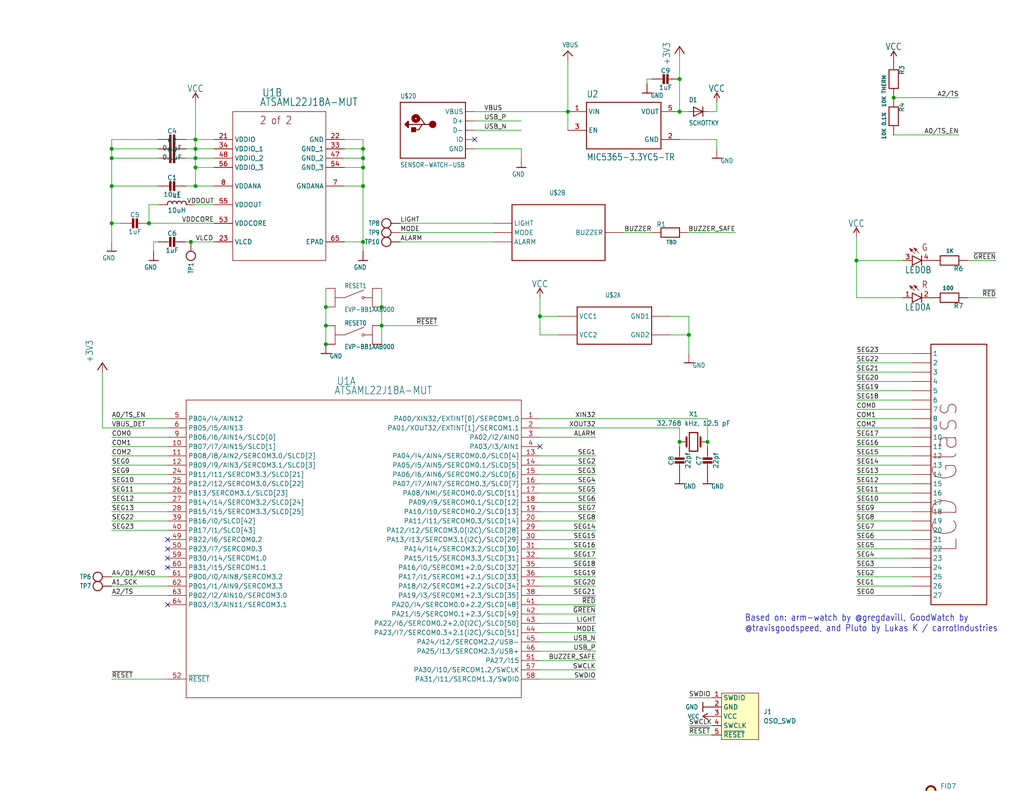
<source format=kicad_sch>
(kicad_sch (version 20230121) (generator eeschema)
  (paper "USLetter")
  (title_block (title "OSO-SWAT-B1") (date "2023-07-04") (rev "03") (company "Oddly Specific Objects"))
  (lib_symbols
    (symbol "Device:Crystal" (pin_numbers hide) (pin_names (offset 1.016) hide)
      (property "Reference" "Y" (at 0 3.81 0))
      (property "Value" "Crystal" (at 0 -3.81 0))
      (symbol "Crystal_1_1"
        (pin passive line (at -3.81 0 0) (length 1.27) (name "1") (number "1"))
        (pin passive line (at 3.81 0 180) (length 1.27) (name "2") (number "2"))
      )
    )
    (symbol "Mechanical:Fiducial"
      (property "Reference" "FID" (at 0 5.08 0))
      (property "Value" "Fiducial" (at 0 3.175 0))
    )
    (symbol "OSO-SWAT-A1-05-eagle-import:+3V3" (power)
      (property "Value" "+3V3" (at -2.54 -5.08 90))
      (symbol "+3V3_1_0"
        (pin power_in line (at 0 -2.54 90) (length 2.54) (name "+3V3") (number "1"))
      )
    )
    (symbol "OSO-SWAT-A1-05-eagle-import:ATSAML22J18A-MUT"
      (property "Reference" "U" (at -4.7244 24.3586 0))
      (property "Value" "ATSAML22J18A-MUT" (at -5.3594 21.8186 0))
      (symbol "ATSAML22J18A-MUT_1_0"
        (pin bidirectional line (at 50.8 35.56 180) (length 5.08) (name "PA00/XIN32/EXTINT[0]/SERCOM1.0") (number "1"))
        (pin bidirectional line (at -50.8 27.94 0) (length 5.08) (name "PB07/I7/AIN15/SLCD[1]") (number "10"))
        (pin bidirectional line (at -50.8 25.4 0) (length 5.08) (name "PB08/I8/AIN2/SERCOM3.0/SLCD[2]") (number "11"))
        (pin bidirectional line (at -50.8 22.86 0) (length 5.08) (name "PB09/I9/AIN3/SERCOM3.1/SLCD[3]") (number "12"))
        (pin bidirectional line (at 50.8 25.4 180) (length 5.08) (name "PA04/I4/AIN4/SERCOM0.0/SLCD[4]") (number "13"))
        (pin bidirectional line (at 50.8 22.86 180) (length 5.08) (name "PA05/I5/AIN5/SERCOM0.1/SLCD[5]") (number "14"))
        (pin bidirectional line (at 50.8 20.32 180) (length 5.08) (name "PA06/I6/AIN6/SERCOM0.2/SLCD[6]") (number "15"))
        (pin bidirectional line (at 50.8 17.78 180) (length 5.08) (name "PA07/I7/AIN7/SERCOM0.3/SLCD[7]") (number "16"))
        (pin bidirectional line (at 50.8 15.24 180) (length 5.08) (name "PA08/NMI/SERCOM0.0/SLCD[11]") (number "17"))
        (pin bidirectional line (at 50.8 12.7 180) (length 5.08) (name "PA09/I9/SERCOM0.1/SLCD[12]") (number "18"))
        (pin bidirectional line (at 50.8 10.16 180) (length 5.08) (name "PA10/I10/SERCOM0.2/SLCD[13]") (number "19"))
        (pin bidirectional line (at 50.8 33.02 180) (length 5.08) (name "PA01/XOUT32/EXTINT[1]/SERCOM1.1") (number "2"))
        (pin bidirectional line (at 50.8 7.62 180) (length 5.08) (name "PA11/I11/SERCOM0.3/SLCD[14]") (number "20"))
        (pin bidirectional line (at -50.8 20.32 0) (length 5.08) (name "PB11/I11/SERCOM3.3/SLCD[21]") (number "24"))
        (pin bidirectional line (at -50.8 17.78 0) (length 5.08) (name "PB12/I12/SERCOM3.0/SLCD[22]") (number "25"))
        (pin bidirectional line (at -50.8 15.24 0) (length 5.08) (name "PB13/SERCOM3.1/SLCD[23]") (number "26"))
        (pin bidirectional line (at -50.8 12.7 0) (length 5.08) (name "PB14/I14/SERCOM3.2/SLCD[24]") (number "27"))
        (pin bidirectional line (at -50.8 10.16 0) (length 5.08) (name "PB15/I15/SERCOM3.3/SLCD[25]") (number "28"))
        (pin bidirectional line (at 50.8 5.08 180) (length 5.08) (name "PA12/I12/SERCOM3.0(I2C)/SLCD[28]") (number "29"))
        (pin bidirectional line (at 50.8 30.48 180) (length 5.08) (name "PA02/I2/AIN0") (number "3"))
        (pin bidirectional line (at 50.8 2.54 180) (length 5.08) (name "PA13/I13/SERCOM3.1(I2C)/SLCD[29]") (number "30"))
        (pin bidirectional line (at 50.8 0 180) (length 5.08) (name "PA14/I14/SERCOM3.2/SLCD[30]") (number "31"))
        (pin bidirectional line (at 50.8 -2.54 180) (length 5.08) (name "PA15/I15/SERCOM3.3/SLCD[31]") (number "32"))
        (pin bidirectional line (at 50.8 -5.08 180) (length 5.08) (name "PA16/I0/SERCOM1+2.0/SLCD[32]") (number "35"))
        (pin bidirectional line (at 50.8 -7.62 180) (length 5.08) (name "PA17/I1/SERCOM1+2.1/SLCD[33]") (number "36"))
        (pin bidirectional line (at 50.8 -10.16 180) (length 5.08) (name "PA18/I2/SERCOM1+2.2/SLCD[34]") (number "37"))
        (pin bidirectional line (at 50.8 -12.7 180) (length 5.08) (name "PA19/I3/SERCOM1+2.3/SLCD[35]") (number "38"))
        (pin bidirectional line (at -50.8 7.62 0) (length 5.08) (name "PB16/I0/SLCD[42]") (number "39"))
        (pin bidirectional line (at 50.8 27.94 180) (length 5.08) (name "PA03/I3/AIN1") (number "4"))
        (pin bidirectional line (at -50.8 5.08 0) (length 5.08) (name "PB17/I1/SLCD[43]") (number "40"))
        (pin bidirectional line (at 50.8 -15.24 180) (length 5.08) (name "PA20/I4/SERCOM0.0+2.2/SLCD[48]") (number "41"))
        (pin bidirectional line (at 50.8 -17.78 180) (length 5.08) (name "PA21/I5/SERCOM0.1+2.3/SLCD[49]") (number "42"))
        (pin bidirectional line (at 50.8 -20.32 180) (length 5.08) (name "PA22/I6/SERCOM0.2+2.0(I2C)/SLCD[50]") (number "43"))
        (pin bidirectional line (at 50.8 -22.86 180) (length 5.08) (name "PA23/I7/SERCOM0.3+2.1(I2C)/SLCD[51]") (number "44"))
        (pin bidirectional line (at 50.8 -25.4 180) (length 5.08) (name "PA24/I12/SERCOM2.2/USB-") (number "45"))
        (pin bidirectional line (at 50.8 -27.94 180) (length 5.08) (name "PA25/I13/SERCOM2.3/USB+") (number "46"))
        (pin bidirectional line (at -50.8 2.54 0) (length 5.08) (name "PB22/I6/SERCOM0.2") (number "49"))
        (pin bidirectional line (at -50.8 35.56 0) (length 5.08) (name "PB04/I4/AIN12") (number "5"))
        (pin bidirectional line (at -50.8 0 0) (length 5.08) (name "PB23/I7/SERCOM0.3") (number "50"))
        (pin bidirectional line (at 50.8 -30.48 180) (length 5.08) (name "PA27/I15") (number "51"))
        (pin bidirectional line (at -50.8 -35.56 0) (length 5.08) (name "~{RESET}") (number "52"))
        (pin bidirectional line (at 50.8 -33.02 180) (length 5.08) (name "PA30/I10/SERCOM1.2/SWCLK") (number "57"))
        (pin bidirectional line (at 50.8 -35.56 180) (length 5.08) (name "PA31/I11/SERCOM1.3/SWDIO") (number "58"))
        (pin bidirectional line (at -50.8 -2.54 0) (length 5.08) (name "PB30/I14/SERCOM1.0") (number "59"))
        (pin bidirectional line (at -50.8 33.02 0) (length 5.08) (name "PB05/I5/AIN13") (number "6"))
        (pin bidirectional line (at -50.8 -5.08 0) (length 5.08) (name "PB31/I15/SERCOM1.1") (number "60"))
        (pin bidirectional line (at -50.8 -7.62 0) (length 5.08) (name "PB00/I0/AIN8/SERCOM3.2") (number "61"))
        (pin bidirectional line (at -50.8 -10.16 0) (length 5.08) (name "PB01/I1/AIN9/SERCOM3.3") (number "62"))
        (pin bidirectional line (at -50.8 -12.7 0) (length 5.08) (name "PB02/I2/AIN10/SERCOM3.0") (number "63"))
        (pin bidirectional line (at -50.8 -15.24 0) (length 5.08) (name "PB03/I3/AIN11/SERCOM3.1") (number "64"))
        (pin bidirectional line (at -50.8 30.48 0) (length 5.08) (name "PB06/I6/AIN14/SLCD[0]") (number "9"))
      )
      (symbol "ATSAML22J18A-MUT_2_0"
        (text "2 of 2" (at -5.3594 16.7386 0) (effects (font (size 2.0828 1.7703)) (justify left bottom)))
        (pin power_in line (at -17.78 12.7 0) (length 5.08) (name "VDDIO") (number "21"))
        (pin passive line (at 17.78 12.7 180) (length 5.08) (name "GND") (number "22"))
        (pin passive line (at -17.78 -15.24 0) (length 5.08) (name "VLCD") (number "23"))
        (pin passive line (at 17.78 10.16 180) (length 5.08) (name "GND_1") (number "33"))
        (pin power_in line (at -17.78 10.16 0) (length 5.08) (name "VDDIO_1") (number "34"))
        (pin passive line (at 17.78 7.62 180) (length 5.08) (name "GND_2") (number "47"))
        (pin power_in line (at -17.78 7.62 0) (length 5.08) (name "VDDIO_2") (number "48"))
        (pin power_in line (at -17.78 -10.16 0) (length 5.08) (name "VDDCORE") (number "53"))
        (pin passive line (at 17.78 5.08 180) (length 5.08) (name "GND_3") (number "54"))
        (pin output line (at -17.78 -5.08 0) (length 5.08) (name "VDDOUT") (number "55"))
        (pin power_in line (at -17.78 5.08 0) (length 5.08) (name "VDDIO_3") (number "56"))
        (pin passive line (at 17.78 -15.24 180) (length 5.08) (name "EPAD") (number "65"))
        (pin passive line (at 17.78 0 180) (length 5.08) (name "GNDANA") (number "7"))
        (pin power_in line (at -17.78 0 0) (length 5.08) (name "VDDANA") (number "8"))
      )
    )
    (symbol "OSO-SWAT-A1-05-eagle-import:CAP_CERAMIC_0402MP"
      (property "Reference" "C" (at -2.29 1.25 90))
      (property "Value" "CAP_CERAMIC_0402MP" (at 2.3 1.25 90))
      (symbol "CAP_CERAMIC_0402MP_1_0"
        (pin passive line (at 0 5.08 270) (length 2.54) (name "1") (number "1"))
        (pin passive line (at 0 -2.54 90) (length 2.54) (name "2") (number "2"))
      )
    )
    (symbol "OSO-SWAT-A1-05-eagle-import:CAP_CERAMIC_0603MP"
      (property "Reference" "C" (at -2.29 1.25 90))
      (property "Value" "CAP_CERAMIC_0603MP" (at 2.3 1.25 90))
      (symbol "CAP_CERAMIC_0603MP_1_0"
        (pin passive line (at 0 5.08 270) (length 2.54) (name "1") (number "1"))
        (pin passive line (at 0 -2.54 90) (length 2.54) (name "2") (number "2"))
      )
    )
    (symbol "OSO-SWAT-A1-05-eagle-import:DIODESOD-323F"
      (property "Reference" "D" (at -2.54 2.54 0))
      (property "Value" "DIODESOD-323F" (at -2.54 -3.81 0))
      (symbol "DIODESOD-323F_1_0"
        (pin passive line (at -2.54 0 0) (length 2.54) (name "A") (number "A"))
        (pin passive line (at 2.54 0 180) (length 2.54) (name "C") (number "C"))
      )
    )
    (symbol "OSO-SWAT-A1-05-eagle-import:EVP-BB1AAB000"
      (property "Reference" "S" (at -2.54 2.54 0))
      (property "Value" "EVP-BB1AAB000" (at -2.54 -2.54 0))
      (symbol "EVP-BB1AAB000_1_0"
        (pin passive line (at -7.62 2.54 0) (length 2.54) (name "A1") (number "A1"))
        (pin passive line (at -7.62 -2.54 0) (length 2.54) (name "A2") (number "A2"))
        (pin passive line (at 7.62 2.54 180) (length 2.54) (name "B1") (number "B1"))
        (pin passive line (at 7.62 -2.54 180) (length 2.54) (name "B2") (number "B2"))
      )
    )
    (symbol "OSO-SWAT-A1-05-eagle-import:GND" (power)
      (property "Value" "GND" (at -1.524 -2.54 0))
      (symbol "GND_1_0"
        (pin power_in line (at 0 2.54 270) (length 2.54) (name "GND") (number "1"))
      )
    )
    (symbol "OSO-SWAT-A1-05-eagle-import:MIC5365-3.3YC5-TR"
      (property "Reference" "U" (at -10.16 6.35 0))
      (property "Value" "MIC5365-3.3YC5-TR" (at -10.16 -8.89 0))
      (symbol "MIC5365-3.3YC5-TR_1_0"
        (pin input line (at -15.24 2.54 0) (length 5.08) (name "VIN") (number "1"))
        (pin power_in line (at 15.24 -5.08 180) (length 5.08) (name "GND") (number "2"))
        (pin input line (at -15.24 -2.54 0) (length 5.08) (name "EN") (number "3"))
        (pin output line (at 15.24 2.54 180) (length 5.08) (name "VOUT") (number "5"))
      )
    )
    (symbol "OSO-SWAT-A1-05-eagle-import:MICROBUILDER_INDUCTOR_0805MP"
      (property "Reference" "L" (at 0 2.54 0))
      (property "Value" "MICROBUILDER_INDUCTOR_0805MP" (at 0 -1.54 0))
      (symbol "MICROBUILDER_INDUCTOR_0805MP_1_0"
        (pin passive line (at -5.08 0 0) (length 2.54) (name "1") (number "1"))
        (pin passive line (at 5.08 0 180) (length 2.54) (name "2") (number "2"))
      )
    )
    (symbol "OSO-SWAT-A1-05-eagle-import:MICROBUILDER_TESTPOINTROUND1.5MM"
      (property "Reference" "TP" (at 0 5.588 90))
      (property "Value" "MICROBUILDER_TESTPOINTROUND1.5MM" (at 1.651 5.588 90))
      (symbol "MICROBUILDER_TESTPOINTROUND1.5MM_1_0"
        (pin bidirectional line (at 0 0 90) (length 2.54) (name "P$1") (number "P$1"))
      )
    )
    (symbol "OSO-SWAT-A1-05-eagle-import:QBLP655-RIG"
      (property "Reference" "D" (at -2.0351 6.6102 0))
      (property "Value" "QBLP655-RIG" (at -2.0336 -3.8131 0))
      (symbol "QBLP655-RIG_1_0"
        (text "R" (at 2.54 2.54 0) (effects (font (size 1.778 1.5113)) (justify left bottom)))
        (pin passive line (at -2.54 0 0) (length 2.54) (name "A") (number "1"))
        (pin passive line (at 5.08 0 180) (length 2.54) (name "C") (number "2"))
      )
      (symbol "QBLP655-RIG_2_0"
        (text "G" (at 2.54 2.54 0) (effects (font (size 1.778 1.5113)) (justify left bottom)))
        (pin passive line (at -2.54 0 0) (length 2.54) (name "A") (number "3"))
        (pin passive line (at 5.08 0 180) (length 2.54) (name "C") (number "4"))
      )
    )
    (symbol "OSO-SWAT-A1-05-eagle-import:RESISTOR_0603MP"
      (property "Reference" "R" (at 0 2.54 0))
      (property "Value" "RESISTOR_0603MP" (at 0 0 0))
      (symbol "RESISTOR_0603MP_1_0"
        (pin passive line (at -5.08 0 0) (length 2.54) (name "1") (number "1"))
        (pin passive line (at 5.08 0 180) (length 2.54) (name "2") (number "2"))
      )
    )
    (symbol "OSO-SWAT-A1-05-eagle-import:SENSOR-WATCH-USB"
      (property "Value" "SENSOR-WATCH-USB" (at -10.16 -10.16 0))
      (symbol "SENSOR-WATCH-USB_1_0"
        (pin bidirectional line (at 15.24 2.54 180) (length 5.08) (name "GND1") (number "GND1"))
        (pin bidirectional line (at 15.24 -2.54 180) (length 5.08) (name "GND2") (number "GND2"))
        (pin bidirectional line (at -15.24 2.54 0) (length 5.08) (name "VCC1") (number "VCC1"))
        (pin bidirectional line (at -15.24 -2.54 0) (length 5.08) (name "VCC2") (number "VCC2"))
      )
      (symbol "SENSOR-WATCH-USB_2_0"
        (pin bidirectional line (at -17.78 -2.54 0) (length 5.08) (name "ALARM") (number "ALARM"))
        (pin bidirectional line (at 17.78 0 180) (length 5.08) (name "BUZZER") (number "BUZZER"))
        (pin bidirectional line (at -17.78 2.54 0) (length 5.08) (name "LIGHT") (number "LIGHT"))
        (pin bidirectional line (at -17.78 0 0) (length 5.08) (name "MODE") (number "MODE"))
      )
      (symbol "SENSOR-WATCH-USB_3_0"
        (text "LCD Glass" (at -17.78 2.54 0) (effects (font (size 6.4516 5.4838)) (justify left bottom)))
        (pin input line (at -30.48 -10.16 90) (length 5.08) (name "1") (number "1"))
        (pin input line (at -7.62 -10.16 90) (length 5.08) (name "10") (number "10"))
        (pin input line (at -5.08 -10.16 90) (length 5.08) (name "11") (number "11"))
        (pin input line (at -2.54 -10.16 90) (length 5.08) (name "12") (number "12"))
        (pin input line (at 0 -10.16 90) (length 5.08) (name "13") (number "13"))
        (pin input line (at 2.54 -10.16 90) (length 5.08) (name "14") (number "14"))
        (pin input line (at 5.08 -10.16 90) (length 5.08) (name "15") (number "15"))
        (pin input line (at 7.62 -10.16 90) (length 5.08) (name "16") (number "16"))
        (pin input line (at 10.16 -10.16 90) (length 5.08) (name "17") (number "17"))
        (pin input line (at 12.7 -10.16 90) (length 5.08) (name "18") (number "18"))
        (pin input line (at 15.24 -10.16 90) (length 5.08) (name "19") (number "19"))
        (pin input line (at -27.94 -10.16 90) (length 5.08) (name "2") (number "2"))
        (pin input line (at 17.78 -10.16 90) (length 5.08) (name "20") (number "20"))
        (pin input line (at 20.32 -10.16 90) (length 5.08) (name "21") (number "21"))
        (pin input line (at 22.86 -10.16 90) (length 5.08) (name "22") (number "22"))
        (pin input line (at 25.4 -10.16 90) (length 5.08) (name "23") (number "23"))
        (pin input line (at 27.94 -10.16 90) (length 5.08) (name "24") (number "24"))
        (pin input line (at 30.48 -10.16 90) (length 5.08) (name "25") (number "25"))
        (pin input line (at 33.02 -10.16 90) (length 5.08) (name "26") (number "26"))
        (pin input line (at 35.56 -10.16 90) (length 5.08) (name "27") (number "27"))
        (pin input line (at -25.4 -10.16 90) (length 5.08) (name "3") (number "3"))
        (pin input line (at -22.86 -10.16 90) (length 5.08) (name "4") (number "4"))
        (pin input line (at -20.32 -10.16 90) (length 5.08) (name "5") (number "5"))
        (pin input line (at -17.78 -10.16 90) (length 5.08) (name "6") (number "6"))
        (pin input line (at -15.24 -10.16 90) (length 5.08) (name "7") (number "7"))
        (pin input line (at -12.7 -10.16 90) (length 5.08) (name "8") (number "8"))
        (pin input line (at -10.16 -10.16 90) (length 5.08) (name "9") (number "9"))
      )
      (symbol "SENSOR-WATCH-USB_4_0"
        (pin power_in line (at 10.16 -5.08 180) (length 2.54) (name "GND") (number "GND"))
        (pin bidirectional line (at 10.16 -2.54 180) (length 2.54) (name "ID") (number "USB_ID"))
        (pin bidirectional line (at 10.16 0 180) (length 2.54) (name "D-") (number "USB_N"))
        (pin bidirectional line (at 10.16 2.54 180) (length 2.54) (name "D+") (number "USB_P"))
        (pin power_in line (at 10.16 5.08 180) (length 2.54) (name "VBUS") (number "VBUS"))
      )
    )
    (symbol "OSO-SWAT-A1-05-eagle-import:VBUS" (power)
      (property "Value" "VBUS" (at -1.524 1.016 0))
      (symbol "VBUS_1_0"
        (pin power_in line (at 0 -2.54 90) (length 2.54) (name "VBUS") (number "1"))
      )
    )
    (symbol "OSO-SWAT-A1-05-eagle-import:VCC" (power)
      (property "Value" "VCC" (at 0 2.794 0))
      (symbol "VCC_1_0"
        (pin power_in line (at 0 0 90) (length 2.54) (name "VCC") (number "1"))
      )
    )
    (symbol "OSO-SWD:OSO_SWD"
      (property "Reference" "J" (at 0 -7.62 0))
      (property "Value" "OSO_SWD" (at 0 7.62 0))
      (symbol "OSO_SWD_1_1"
        (pin bidirectional line (at -7.62 5.08 0) (length 2.54) (name "SWDIO") (number "1"))
        (pin power_in line (at -7.62 2.54 0) (length 2.54) (name "GND") (number "2"))
        (pin power_in line (at -7.62 0 0) (length 2.54) (name "VCC") (number "3"))
        (pin bidirectional line (at -7.62 -2.54 0) (length 2.54) (name "SWCLK") (number "4"))
        (pin bidirectional line (at -7.62 -5.08 0) (length 2.54) (name "~{RESET}") (number "5"))
      )
    )
  )
  (junction (at 88.9 93.98))
  (junction (at 30.48 40.64))
  (junction (at 185.42 21.59))
  (junction (at 99.06 45.72))
  (junction (at 53.34 43.18))
  (junction (at 104.14 83.82))
  (junction (at 243.84 26.67))
  (junction (at 99.06 66.04))
  (junction (at 30.48 60.96))
  (junction (at 53.34 40.64))
  (junction (at 30.48 50.8))
  (junction (at 99.06 40.64))
  (junction (at 185.42 30.48))
  (junction (at 52.07 66.04))
  (junction (at 40.64 60.96))
  (junction (at 187.96 91.44))
  (junction (at 88.9 88.9))
  (junction (at 53.34 45.72))
  (junction (at 185.42 120.65))
  (junction (at 53.34 50.8))
  (junction (at 53.34 38.1))
  (junction (at 88.9 83.82))
  (junction (at 154.94 30.48))
  (junction (at 30.48 43.18))
  (junction (at 104.14 88.9))
  (junction (at 233.68 71.12))
  (junction (at 99.06 43.18))
  (junction (at 193.04 120.65))
  (junction (at 99.06 50.8))
  (junction (at 147.32 86.36))
  (no_connect (at 45.72 165.1))
  (no_connect (at 129.54 38.1))
  (no_connect (at 147.32 121.92))
  (no_connect (at 45.72 152.4))
  (no_connect (at 45.72 154.94))
  (no_connect (at 45.72 149.86))
  (no_connect (at 45.72 147.32))
  (wire (pts (xy 147.32 157.48) (xy 162.56 157.48)))
  (wire (pts (xy 187.96 30.48) (xy 185.42 30.48)))
  (wire (pts (xy 185.42 116.84) (xy 147.32 116.84)))
  (wire (pts (xy 147.32 172.72) (xy 162.56 172.72)))
  (wire (pts (xy 104.14 88.9) (xy 104.14 93.98)))
  (wire (pts (xy 27.94 101.6) (xy 27.94 116.84)))
  (wire (pts (xy 233.68 152.4) (xy 248.92 152.4)))
  (wire (pts (xy 233.68 81.28) (xy 246.38 81.28)))
  (wire (pts (xy 88.9 78.74) (xy 88.9 83.82)))
  (wire (pts (xy 53.34 43.18) (xy 53.34 40.64)))
  (wire (pts (xy 185.42 120.65) (xy 185.42 116.84)))
  (wire (pts (xy 162.56 175.26) (xy 147.32 175.26)))
  (wire (pts (xy 193.04 114.3) (xy 193.04 120.65)))
  (wire (pts (xy 187.96 86.36) (xy 187.96 91.44)))
  (wire (pts (xy 58.42 60.96) (xy 40.64 60.96)))
  (wire (pts (xy 233.68 127) (xy 248.92 127)))
  (wire (pts (xy 147.32 114.3) (xy 193.04 114.3)))
  (wire (pts (xy 195.58 30.48) (xy 195.58 27.94)))
  (wire (pts (xy 187.96 190.5) (xy 194.31 190.5)))
  (wire (pts (xy 154.94 16.51) (xy 154.94 30.48)))
  (wire (pts (xy 33.02 60.96) (xy 30.48 60.96)))
  (wire (pts (xy 147.32 154.94) (xy 162.56 154.94)))
  (wire (pts (xy 177.8 21.59) (xy 176.53 21.59)))
  (wire (pts (xy 99.06 40.64) (xy 99.06 43.18)))
  (wire (pts (xy 233.68 71.12) (xy 233.68 81.28)))
  (wire (pts (xy 88.9 83.82) (xy 88.9 88.9)))
  (wire (pts (xy 243.84 36.83) (xy 261.62 36.83)))
  (wire (pts (xy 233.68 132.08) (xy 248.92 132.08)))
  (wire (pts (xy 43.18 40.64) (xy 30.48 40.64)))
  (wire (pts (xy 45.72 124.46) (xy 30.48 124.46)))
  (wire (pts (xy 30.48 142.24) (xy 45.72 142.24)))
  (wire (pts (xy 147.32 165.1) (xy 162.56 165.1)))
  (wire (pts (xy 185.42 38.1) (xy 195.58 38.1)))
  (wire (pts (xy 99.06 50.8) (xy 93.98 50.8)))
  (wire (pts (xy 30.48 132.08) (xy 45.72 132.08)))
  (wire (pts (xy 271.78 71.12) (xy 264.16 71.12)))
  (wire (pts (xy 58.42 50.8) (xy 53.34 50.8)))
  (wire (pts (xy 248.92 116.84) (xy 233.68 116.84)))
  (wire (pts (xy 187.96 86.36) (xy 182.88 86.36)))
  (wire (pts (xy 109.22 63.5) (xy 134.62 63.5)))
  (wire (pts (xy 27.94 116.84) (xy 45.72 116.84)))
  (wire (pts (xy 30.48 60.96) (xy 30.48 50.8)))
  (wire (pts (xy 30.48 43.18) (xy 30.48 40.64)))
  (wire (pts (xy 147.32 81.28) (xy 147.32 86.36)))
  (wire (pts (xy 134.62 60.96) (xy 109.22 60.96)))
  (wire (pts (xy 30.48 38.1) (xy 43.18 38.1)))
  (wire (pts (xy 30.48 185.42) (xy 45.72 185.42)))
  (wire (pts (xy 233.68 124.46) (xy 248.92 124.46)))
  (wire (pts (xy 58.42 40.64) (xy 53.34 40.64)))
  (wire (pts (xy 233.68 142.24) (xy 248.92 142.24)))
  (wire (pts (xy 53.34 38.1) (xy 53.34 27.94)))
  (wire (pts (xy 147.32 134.62) (xy 162.56 134.62)))
  (wire (pts (xy 162.56 180.34) (xy 147.32 180.34)))
  (wire (pts (xy 233.68 154.94) (xy 248.92 154.94)))
  (wire (pts (xy 233.68 96.52) (xy 248.92 96.52)))
  (wire (pts (xy 45.72 157.48) (xy 30.48 157.48)))
  (wire (pts (xy 93.98 45.72) (xy 99.06 45.72)))
  (wire (pts (xy 193.04 30.48) (xy 195.58 30.48)))
  (wire (pts (xy 53.34 43.18) (xy 50.8 43.18)))
  (wire (pts (xy 147.32 149.86) (xy 162.56 149.86)))
  (wire (pts (xy 182.88 91.44) (xy 187.96 91.44)))
  (wire (pts (xy 53.34 45.72) (xy 58.42 45.72)))
  (wire (pts (xy 147.32 160.02) (xy 162.56 160.02)))
  (wire (pts (xy 43.18 50.8) (xy 30.48 50.8)))
  (wire (pts (xy 233.68 64.77) (xy 233.68 71.12)))
  (wire (pts (xy 233.68 144.78) (xy 248.92 144.78)))
  (wire (pts (xy 233.68 101.6) (xy 248.92 101.6)))
  (wire (pts (xy 147.32 144.78) (xy 162.56 144.78)))
  (wire (pts (xy 50.8 50.8) (xy 53.34 50.8)))
  (wire (pts (xy 162.56 170.18) (xy 147.32 170.18)))
  (wire (pts (xy 53.34 45.72) (xy 53.34 43.18)))
  (wire (pts (xy 147.32 127) (xy 162.56 127)))
  (wire (pts (xy 185.42 21.59) (xy 185.42 30.48)))
  (wire (pts (xy 147.32 132.08) (xy 162.56 132.08)))
  (wire (pts (xy 162.56 119.38) (xy 147.32 119.38)))
  (wire (pts (xy 147.32 91.44) (xy 152.4 91.44)))
  (wire (pts (xy 233.68 147.32) (xy 248.92 147.32)))
  (wire (pts (xy 53.34 38.1) (xy 50.8 38.1)))
  (wire (pts (xy 58.42 55.88) (xy 53.34 55.88)))
  (wire (pts (xy 233.68 99.06) (xy 248.92 99.06)))
  (wire (pts (xy 30.48 129.54) (xy 45.72 129.54)))
  (wire (pts (xy 187.96 200.66) (xy 194.31 200.66)))
  (wire (pts (xy 193.04 120.65) (xy 193.04 121.92)))
  (wire (pts (xy 162.56 177.8) (xy 147.32 177.8)))
  (wire (pts (xy 195.58 38.1) (xy 195.58 40.64)))
  (wire (pts (xy 30.48 144.78) (xy 45.72 144.78)))
  (wire (pts (xy 233.68 139.7) (xy 248.92 139.7)))
  (wire (pts (xy 58.42 38.1) (xy 53.34 38.1)))
  (wire (pts (xy 30.48 134.62) (xy 45.72 134.62)))
  (wire (pts (xy 93.98 43.18) (xy 99.06 43.18)))
  (wire (pts (xy 53.34 40.64) (xy 53.34 38.1)))
  (wire (pts (xy 154.94 35.56) (xy 154.94 30.48)))
  (wire (pts (xy 271.78 81.28) (xy 264.16 81.28)))
  (wire (pts (xy 88.9 88.9) (xy 88.9 93.98)))
  (wire (pts (xy 43.18 43.18) (xy 30.48 43.18)))
  (wire (pts (xy 176.53 21.59) (xy 176.53 22.86)))
  (wire (pts (xy 45.72 162.56) (xy 30.48 162.56)))
  (wire (pts (xy 233.68 109.22) (xy 248.92 109.22)))
  (wire (pts (xy 147.32 162.56) (xy 162.56 162.56)))
  (wire (pts (xy 129.54 30.48) (xy 154.94 30.48)))
  (wire (pts (xy 233.68 121.92) (xy 248.92 121.92)))
  (wire (pts (xy 41.91 68.58) (xy 41.91 66.04)))
  (wire (pts (xy 233.68 119.38) (xy 248.92 119.38)))
  (wire (pts (xy 99.06 43.18) (xy 99.06 45.72)))
  (wire (pts (xy 147.32 147.32) (xy 162.56 147.32)))
  (wire (pts (xy 142.24 35.56) (xy 129.54 35.56)))
  (wire (pts (xy 147.32 182.88) (xy 162.56 182.88)))
  (wire (pts (xy 233.68 106.68) (xy 248.92 106.68)))
  (wire (pts (xy 233.68 149.86) (xy 248.92 149.86)))
  (wire (pts (xy 93.98 38.1) (xy 99.06 38.1)))
  (wire (pts (xy 41.91 66.04) (xy 43.18 66.04)))
  (wire (pts (xy 233.68 162.56) (xy 248.92 162.56)))
  (wire (pts (xy 93.98 40.64) (xy 99.06 40.64)))
  (wire (pts (xy 246.38 71.12) (xy 233.68 71.12)))
  (wire (pts (xy 233.68 104.14) (xy 248.92 104.14)))
  (wire (pts (xy 185.42 121.92) (xy 185.42 120.65)))
  (wire (pts (xy 147.32 139.7) (xy 162.56 139.7)))
  (wire (pts (xy 43.18 55.88) (xy 40.64 55.88)))
  (wire (pts (xy 104.14 78.74) (xy 104.14 83.82)))
  (wire (pts (xy 200.66 63.5) (xy 187.96 63.5)))
  (wire (pts (xy 243.84 26.67) (xy 261.62 26.67)))
  (wire (pts (xy 134.62 66.04) (xy 109.22 66.04)))
  (wire (pts (xy 147.32 185.42) (xy 162.56 185.42)))
  (wire (pts (xy 233.68 137.16) (xy 248.92 137.16)))
  (wire (pts (xy 45.72 121.92) (xy 30.48 121.92)))
  (wire (pts (xy 30.48 50.8) (xy 30.48 43.18)))
  (wire (pts (xy 129.54 40.64) (xy 142.24 40.64)))
  (wire (pts (xy 233.68 160.02) (xy 248.92 160.02)))
  (wire (pts (xy 99.06 38.1) (xy 99.06 40.64)))
  (wire (pts (xy 30.48 139.7) (xy 45.72 139.7)))
  (wire (pts (xy 177.8 63.5) (xy 170.18 63.5)))
  (wire (pts (xy 142.24 33.02) (xy 129.54 33.02)))
  (wire (pts (xy 30.48 127) (xy 45.72 127)))
  (wire (pts (xy 99.06 45.72) (xy 99.06 50.8)))
  (wire (pts (xy 45.72 119.38) (xy 30.48 119.38)))
  (wire (pts (xy 147.32 86.36) (xy 147.32 91.44)))
  (wire (pts (xy 147.32 129.54) (xy 162.56 129.54)))
  (wire (pts (xy 30.48 60.96) (xy 30.48 66.04)))
  (wire (pts (xy 99.06 50.8) (xy 99.06 66.04)))
  (wire (pts (xy 45.72 114.3) (xy 30.48 114.3)))
  (wire (pts (xy 187.96 91.44) (xy 187.96 96.52)))
  (wire (pts (xy 52.07 66.04) (xy 58.42 66.04)))
  (wire (pts (xy 147.32 137.16) (xy 162.56 137.16)))
  (wire (pts (xy 248.92 114.3) (xy 233.68 114.3)))
  (wire (pts (xy 147.32 124.46) (xy 162.56 124.46)))
  (wire (pts (xy 53.34 40.64) (xy 50.8 40.64)))
  (wire (pts (xy 248.92 111.76) (xy 233.68 111.76)))
  (wire (pts (xy 233.68 129.54) (xy 248.92 129.54)))
  (wire (pts (xy 142.24 40.64) (xy 142.24 43.18)))
  (wire (pts (xy 233.68 157.48) (xy 248.92 157.48)))
  (wire (pts (xy 104.14 88.9) (xy 119.38 88.9)))
  (wire (pts (xy 45.72 160.02) (xy 30.48 160.02)))
  (wire (pts (xy 50.8 66.04) (xy 52.07 66.04)))
  (wire (pts (xy 30.48 137.16) (xy 45.72 137.16)))
  (wire (pts (xy 99.06 66.04) (xy 99.06 68.58)))
  (wire (pts (xy 147.32 152.4) (xy 162.56 152.4)))
  (wire (pts (xy 185.42 15.24) (xy 185.42 21.59)))
  (wire (pts (xy 162.56 167.64) (xy 147.32 167.64)))
  (wire (pts (xy 93.98 66.04) (xy 99.06 66.04)))
  (wire (pts (xy 187.96 198.12) (xy 194.31 198.12)))
  (wire (pts (xy 104.14 83.82) (xy 104.14 88.9)))
  (wire (pts (xy 40.64 55.88) (xy 40.64 60.96)))
  (wire (pts (xy 152.4 86.36) (xy 147.32 86.36)))
  (wire (pts (xy 53.34 50.8) (xy 53.34 45.72)))
  (wire (pts (xy 147.32 142.24) (xy 162.56 142.24)))
  (wire (pts (xy 233.68 134.62) (xy 248.92 134.62)))
  (wire (pts (xy 58.42 43.18) (xy 53.34 43.18)))
  (wire (pts (xy 30.48 40.64) (xy 30.48 38.1)))
  (text "Based on: arm-watch by @gregdavill, GoodWatch by\n@travisgoodspeed, and Pluto by Lukas K / carrotIndustries" (at 203.2 172.72 0) (effects (font (size 1.778 1.5113)) (justify left bottom)))
  (label "SEG5" (at 162.56 134.62 180) (effects (font (size 1.2446 1.2446))))
  (label "MODE" (at 162.56 172.72 180) (effects (font (size 1.2446 1.2446))))
  (label "SEG20" (at 233.68 104.14 0) (effects (font (size 1.2446 1.2446))))
  (label "SEG19" (at 162.56 157.48 180) (effects (font (size 1.2446 1.2446))))
  (label "~{RESET}" (at 30.48 185.42 0) (effects (font (size 1.2446 1.2446))))
  (label "USB_N" (at 162.56 175.26 180) (effects (font (size 1.2446 1.2446))))
  (label "SEG10" (at 233.68 137.16 0) (effects (font (size 1.2446 1.2446))))
  (label "SEG3" (at 233.68 154.94 0) (effects (font (size 1.2446 1.2446))))
  (label "VBUS_DET" (at 30.48 116.84 0) (effects (font (size 1.2446 1.2446))))
  (label "USB_N" (at 132.08 35.56 0) (effects (font (size 1.2446 1.2446))))
  (label "SEG9" (at 233.68 139.7 0) (effects (font (size 1.2446 1.2446))))
  (label "SEG4" (at 162.56 132.08 180) (effects (font (size 1.2446 1.2446))))
  (label "LIGHT" (at 109.22 60.96 0) (effects (font (size 1.2446 1.2446))))
  (label "SEG13" (at 30.48 139.7 0) (effects (font (size 1.2446 1.2446))))
  (label "SEG23" (at 30.48 144.78 0) (effects (font (size 1.2446 1.2446))))
  (label "SEG23" (at 233.68 96.52 0) (effects (font (size 1.2446 1.2446))))
  (label "USB_P" (at 162.56 177.8 180) (effects (font (size 1.2446 1.2446))))
  (label "SEG16" (at 233.68 121.92 0) (effects (font (size 1.2446 1.2446))))
  (label "SEG5" (at 233.68 149.86 0) (effects (font (size 1.2446 1.2446))))
  (label "COM1" (at 30.48 121.92 0) (effects (font (size 1.2446 1.2446))))
  (label "SEG12" (at 233.68 132.08 0) (effects (font (size 1.2446 1.2446))))
  (label "SEG13" (at 233.68 129.54 0) (effects (font (size 1.2446 1.2446))))
  (label "COM1" (at 233.68 114.3 0) (effects (font (size 1.2446 1.2446))))
  (label "BUZZER_SAFE" (at 162.56 180.34 180) (effects (font (size 1.2446 1.2446))))
  (label "BUZZER_SAFE" (at 200.66 63.5 180) (effects (font (size 1.2446 1.2446))))
  (label "COM2" (at 233.68 116.84 0) (effects (font (size 1.2446 1.2446))))
  (label "SWCLK" (at 187.96 198.12 0) (effects (font (size 1.2446 1.2446))))
  (label "SEG8" (at 162.56 142.24 180) (effects (font (size 1.2446 1.2446))))
  (label "A2{slash}TS" (at 30.48 162.56 0) (effects (font (size 1.2446 1.2446))))
  (label "SEG7" (at 233.68 144.78 0) (effects (font (size 1.2446 1.2446))))
  (label "SEG15" (at 162.56 147.32 180) (effects (font (size 1.2446 1.2446))))
  (label "SWDIO" (at 187.96 190.5 0) (effects (font (size 1.2446 1.2446))))
  (label "SWDIO" (at 162.56 185.42 180) (effects (font (size 1.2446 1.2446))))
  (label "SEG0" (at 233.68 162.56 0) (effects (font (size 1.2446 1.2446))))
  (label "SEG14" (at 162.56 144.78 180) (effects (font (size 1.2446 1.2446))))
  (label "~{RESET}" (at 119.38 88.9 180) (effects (font (size 1.2446 1.2446))))
  (label "SEG21" (at 233.68 101.6 0) (effects (font (size 1.2446 1.2446))))
  (label "MODE" (at 109.22 63.5 0) (effects (font (size 1.2446 1.2446))))
  (label "SEG4" (at 233.68 152.4 0) (effects (font (size 1.2446 1.2446))))
  (label "LIGHT" (at 162.56 170.18 180) (effects (font (size 1.2446 1.2446))))
  (label "SEG15" (at 233.68 124.46 0) (effects (font (size 1.2446 1.2446))))
  (label "SEG19" (at 233.68 106.68 0) (effects (font (size 1.2446 1.2446))))
  (label "SEG3" (at 162.56 129.54 180) (effects (font (size 1.2446 1.2446))))
  (label "SEG20" (at 162.56 160.02 180) (effects (font (size 1.2446 1.2446))))
  (label "A0{slash}TS_EN" (at 30.48 114.3 0) (effects (font (size 1.2446 1.2446))))
  (label "SEG14" (at 233.68 127 0) (effects (font (size 1.2446 1.2446))))
  (label "SEG16" (at 162.56 149.86 180) (effects (font (size 1.2446 1.2446))))
  (label "SEG18" (at 162.56 154.94 180) (effects (font (size 1.2446 1.2446))))
  (label "SEG8" (at 233.68 142.24 0) (effects (font (size 1.2446 1.2446))))
  (label "USB_P" (at 132.08 33.02 0) (effects (font (size 1.2446 1.2446))))
  (label "VLCD" (at 53.34 66.04 0))
  (label "VDDOUT" (at 58.42 55.88 180))
  (label "SEG2" (at 233.68 157.48 0) (effects (font (size 1.2446 1.2446))))
  (label "SEG22" (at 30.48 142.24 0) (effects (font (size 1.2446 1.2446))))
  (label "A1_SCK" (at 30.48 160.02 0) (effects (font (size 1.2446 1.2446))))
  (label "SEG7" (at 162.56 139.7 180) (effects (font (size 1.2446 1.2446))))
  (label "SEG21" (at 162.56 162.56 180) (effects (font (size 1.2446 1.2446))))
  (label "SEG1" (at 233.68 160.02 0) (effects (font (size 1.2446 1.2446))))
  (label "SEG17" (at 233.68 119.38 0) (effects (font (size 1.2446 1.2446))))
  (label "VDDCORE" (at 58.42 60.96 180))
  (label "SEG9" (at 30.48 129.54 0) (effects (font (size 1.2446 1.2446))))
  (label "XOUT32" (at 162.56 116.84 180) (effects (font (size 1.2446 1.2446))))
  (label "ALARM" (at 162.56 119.38 180) (effects (font (size 1.2446 1.2446))))
  (label "XIN32" (at 162.56 114.3 180) (effects (font (size 1.2446 1.2446))))
  (label "SEG6" (at 162.56 137.16 180) (effects (font (size 1.2446 1.2446))))
  (label "SEG12" (at 30.48 137.16 0) (effects (font (size 1.2446 1.2446))))
  (label "VBUS" (at 132.08 30.48 0) (effects (font (size 1.2446 1.2446))))
  (label "~{GREEN}" (at 162.56 167.64 180) (effects (font (size 1.2446 1.2446))))
  (label "SEG10" (at 30.48 132.08 0) (effects (font (size 1.2446 1.2446))))
  (label "SWCLK" (at 162.56 182.88 180) (effects (font (size 1.2446 1.2446))))
  (label "BUZZER" (at 177.8 63.5 180) (effects (font (size 1.2446 1.2446))))
  (label "SEG0" (at 30.48 127 0) (effects (font (size 1.2446 1.2446))))
  (label "SEG1" (at 162.56 124.46 180) (effects (font (size 1.2446 1.2446))))
  (label "~{GREEN}" (at 271.78 71.12 180) (effects (font (size 1.2446 1.2446))))
  (label "~{RED}" (at 162.56 165.1 180) (effects (font (size 1.2446 1.2446))))
  (label "SEG17" (at 162.56 152.4 180) (effects (font (size 1.2446 1.2446))))
  (label "A2{slash}TS" (at 261.62 26.67 180) (effects (font (size 1.2446 1.2446))))
  (label "ALARM" (at 109.22 66.04 0) (effects (font (size 1.2446 1.2446))))
  (label "SEG22" (at 233.68 99.06 0) (effects (font (size 1.2446 1.2446))))
  (label "SEG18" (at 233.68 109.22 0) (effects (font (size 1.2446 1.2446))))
  (label "SEG2" (at 162.56 127 180) (effects (font (size 1.2446 1.2446))))
  (label "SEG6" (at 233.68 147.32 0) (effects (font (size 1.2446 1.2446))))
  (label "A4/D1/MISO" (at 30.48 157.48 0) (effects (font (size 1.2446 1.2446))))
  (label "A0{slash}TS_EN" (at 261.62 36.83 180))
  (label "~{RED}" (at 271.78 81.28 180) (effects (font (size 1.2446 1.2446))))
  (label "COM0" (at 30.48 119.38 0) (effects (font (size 1.2446 1.2446))))
  (label "COM2" (at 30.48 124.46 0) (effects (font (size 1.2446 1.2446))))
  (label "SEG11" (at 233.68 134.62 0) (effects (font (size 1.2446 1.2446))))
  (label "COM0" (at 233.68 111.76 0) (effects (font (size 1.2446 1.2446))))
  (label "SEG11" (at 30.48 134.62 0) (effects (font (size 1.2446 1.2446))))
  (label "~{RESET}" (at 187.96 200.66 0) (effects (font (size 1.2446 1.2446))))
  (symbol (lib_id "Mechanical:Fiducial") (at 254 231.14 0) (unit 1)
    (property "Reference" "FID10" (at 256.54 229.8699 0) (effects (justify left)))
    (property "Value" "Fiducial" (at 256.54 232.4099 0) (effects (justify left)))
    (property "Footprint" "Fiducial:Fiducial_0.75mm_Mask1.5mm" (effects hide))
  )
  (symbol (lib_id "OSO-SWAT-A1-05-eagle-import:VCC") (at 147.32 81.28 0) (unit 1)
    (property "Reference" "#SUPPLY02" (effects hide))
    (property "Value" "VCC" (at 147.32 78.486 0) (effects (font (size 1.778 1.5113)) (justify bottom)))
    (property "Footprint" "OSO-SWAT-A1-05:" (effects hide))
  )
  (symbol (lib_id "OSO-SWAT-A1-05-eagle-import:VCC") (at 53.34 27.94 0) (unit 1)
    (property "Reference" "#SUPPLY01" (effects hide))
    (property "Value" "VCC" (at 53.34 25.146 0) (effects (font (size 1.778 1.5113)) (justify bottom)))
    (property "Footprint" "OSO-SWAT-A1-05:" (effects hide))
  )
  (symbol (lib_id "OSO-SWAT-A1-05-eagle-import:RESISTOR_0603MP") (at 259.08 71.12 180) (unit 1)
    (property "Reference" "R6" (at 262.89 72.6186 0) (effects (justify left bottom)))
    (property "Value" "1K" (at 260.35 67.818 0) (effects (font (size 1.016 1.016) bold) (justify left bottom)))
    (property "Footprint" "OSO-SWAT-A1-05:_0603MP" (effects hide))
  )
  (symbol (lib_id "OSO-SWAT-A1-05-eagle-import:GND") (at 41.91 71.12 0) (unit 1)
    (property "Reference" "#GND02" (effects hide))
    (property "Value" "GND" (at 39.37 73.66 0) (effects (font (size 1.27 1.0795)) (justify left bottom)))
    (property "Footprint" "OSO-SWAT-A1-05:" (effects hide))
  )
  (symbol (lib_id "OSO-SWAT-A1-05-eagle-import:RESISTOR_0603MP") (at 243.84 21.59 270) (unit 1)
    (property "Reference" "R3" (at 245.3386 17.78 0) (effects (justify left bottom)))
    (property "Value" "10K THERM" (at 240.538 20.32 0) (effects (font (size 1.016 1.016) bold) (justify left bottom)))
    (property "Footprint" "OSO-SWAT-A1-05:_0603MP" (effects hide))
  )
  (symbol (lib_id "OSO-SWAT-A1-05-eagle-import:EVP-BB1AAB000") (at 96.52 81.28 0) (unit 1)
    (property "Reference" "RESET1" (at 93.98 78.74 0) (effects (font (size 1.27 1.0795)) (justify left bottom)))
    (property "Value" "EVP-BB1AAB000" (at 93.98 83.82 0) (effects (font (size 1.27 1.0795)) (justify left top)))
    (property "Footprint" "OSO-SWAT-A1-05:SW_EVP-BB1AAB000" (effects hide))
  )
  (symbol (lib_id "OSO-SWAT-A1-05-eagle-import:CAP_CERAMIC_0402MP") (at 185.42 127 0) (unit 1)
    (property "Reference" "C8" (at 183.13 125.75 90))
    (property "Value" "22pf" (at 187.72 125.75 90))
    (property "Footprint" "OSO-SWAT-A1-05:_0402MP" (effects hide))
  )
  (symbol (lib_id "OSO-SWAT-A1-05-eagle-import:RESISTOR_0603MP") (at 182.88 63.5 0) (unit 1)
    (property "Reference" "R1" (at 179.07 62.0014 0) (effects (justify left bottom)))
    (property "Value" "TBD" (at 181.61 66.802 0) (effects (font (size 1.016 1.016) bold) (justify left bottom)))
    (property "Footprint" "OSO-SWAT-A1-05:_0603MP" (effects hide))
  )
  (symbol (lib_id "OSO-SWAT-A1-05-eagle-import:ATSAML22J18A-MUT") (at 76.2 50.8 0) (unit 2)
    (property "Reference" "U1" (at 71.4756 26.4414 0) (effects (font (size 2.0828 1.7703)) (justify left bottom)))
    (property "Value" "ATSAML22J18A-MUT" (at 70.8406 28.9814 0) (effects (font (size 2.0828 1.7703)) (justify left bottom)))
    (property "Footprint" "OSO-SWAT-A1-05:QFN64_9X9MC_MCH" (effects hide))
  )
  (symbol (lib_id "OSO-SWAT-A1-05-eagle-import:MICROBUILDER_TESTPOINTROUND1.5MM") (at 109.22 63.5 90) (unit 1)
    (property "Reference" "TP9" (at 103.632 63.5 90) (effects (font (size 1.27 1.0795)) (justify left)))
    (property "Value" "MICROBUILDER_TESTPOINTROUND1.5MM" (effects hide))
    (property "Footprint" "OSO-SWAT-A1-05:MICROBUILDER_TESTPOINT_ROUND_1.5MM" (effects hide))
  )
  (symbol (lib_id "OSO-SWAT-A1-05-eagle-import:MIC5365-3.3YC5-TR") (at 170.18 33.02 0) (unit 1)
    (property "Reference" "U2" (at 160.02 26.67 0) (effects (font (size 1.778 1.5113)) (justify left bottom)))
    (property "Value" "MIC5365-3.3YC5-TR" (at 160.02 41.91 0) (effects (font (size 1.778 1.5113)) (justify left top)))
    (property "Footprint" "OSO-SWAT-A1-05:SOT65P210X110-5N" (effects hide))
  )
  (symbol (lib_id "OSO-SWAT-A1-05-eagle-import:CAP_CERAMIC_0603MP") (at 45.72 66.04 270) (unit 1)
    (property "Reference" "C6" (at 46.97 63.75 90))
    (property "Value" "1uF" (at 46.97 68.34 90))
    (property "Footprint" "OSO-SWAT-A1-05:_0603MP" (effects hide))
  )
  (symbol (lib_id "OSO-SWAT-A1-05-eagle-import:CAP_CERAMIC_0603MP") (at 45.72 40.64 270) (unit 1)
    (property "Reference" "C2" (at 46.97 38.35 90))
    (property "Value" "0.1uF" (at 46.97 42.94 90))
    (property "Footprint" "OSO-SWAT-A1-05:_0603MP" (effects hide))
  )
  (symbol (lib_id "OSO-SWAT-A1-05-eagle-import:DIODESOD-323F") (at 190.5 30.48 0) (unit 1)
    (property "Reference" "D1" (at 187.96 27.94 0) (effects (font (size 1.27 1.0795)) (justify left bottom)))
    (property "Value" "SCHOTTKY" (at 187.96 34.29 0) (effects (font (size 1.27 1.0795)) (justify left bottom)))
    (property "Footprint" "OSO-SWAT-A1-05:SOD-323F" (effects hide))
  )
  (symbol (lib_id "OSO-SWAT-A1-05-eagle-import:MICROBUILDER_INDUCTOR_0805MP") (at 48.26 55.88 0) (unit 1)
    (property "Reference" "L1" (at 48.26 53.34 0))
    (property "Value" "10uH" (at 48.26 57.42 0))
    (property "Footprint" "OSO-SWAT-A1-05:MICROBUILDER__0805MP" (effects hide))
  )
  (symbol (lib_id "OSO-SWAT-A1-05-eagle-import:+3V3") (at 185.42 12.7 0) (unit 1)
    (property "Reference" "#+3V026" (effects hide))
    (property "Value" "+3V3" (at 182.88 17.78 90) (effects (font (size 1.778 1.5113)) (justify left bottom)))
    (property "Footprint" "OSO-SWAT-A1-05:" (effects hide))
  )
  (symbol (lib_id "OSO-SWAT-A1-05-eagle-import:ATSAML22J18A-MUT") (at 96.52 149.86 0) (unit 1)
    (property "Reference" "U1" (at 91.7956 105.1814 0) (effects (font (size 2.0828 1.7703)) (justify left bottom)))
    (property "Value" "ATSAML22J18A-MUT" (at 91.1606 107.7214 0) (effects (font (size 2.0828 1.7703)) (justify left bottom)))
    (property "Footprint" "OSO-SWAT-A1-05:QFN64_9X9MC_MCH" (effects hide))
  )
  (symbol (lib_id "OSO-SWAT-A1-05-eagle-import:GND") (at 142.24 45.72 0) (unit 1)
    (property "Reference" "#GND03" (effects hide))
    (property "Value" "GND" (at 139.7 48.26 0) (effects (font (size 1.27 1.0795)) (justify left bottom)))
    (property "Footprint" "OSO-SWAT-A1-05:" (effects hide))
  )
  (symbol (lib_id "OSO-SWAT-A1-05-eagle-import:GND") (at 193.04 132.08 0) (mirror y) (unit 1)
    (property "Reference" "#U$03" (effects hide))
    (property "Value" "GND" (at 194.056 132.08 0) (effects (font (size 1.27 1.0795)) (justify right top)))
    (property "Footprint" "OSO-SWAT-A1-05:" (effects hide))
  )
  (symbol (lib_id "OSO-SWAT-A1-05-eagle-import:QBLP655-RIG") (at 248.92 81.28 0) (unit 1)
    (property "Reference" "LED0" (at 246.8848 84.8298 0) (effects (font (size 1.7807 1.5135)) (justify left bottom)))
    (property "Value" "QBLP655-RIG" (effects hide))
    (property "Footprint" "OSO-SWAT-A1-05:LED_QBLP655" (effects hide))
  )
  (symbol (lib_id "OSO-SWAT-A1-05-eagle-import:VCC") (at 194.31 195.58 90) (unit 1)
    (property "Reference" "#SUPPLY0102" (effects hide))
    (property "Value" "VCC" (at 189.23 195.58 90) (effects (font (size 1.0795 1.0795))))
    (property "Footprint" "OSO-SWAT-A1-05:" (effects hide))
  )
  (symbol (lib_id "OSO-SWAT-A1-05-eagle-import:QBLP655-RIG") (at 248.92 71.12 0) (unit 2)
    (property "Reference" "LED0" (at 246.8848 74.6698 0) (effects (font (size 1.7807 1.5135)) (justify left bottom)))
    (property "Value" "QBLP655-RIG" (effects hide))
    (property "Footprint" "OSO-SWAT-A1-05:LED_QBLP655" (effects hide))
  )
  (symbol (lib_id "Mechanical:Fiducial") (at 254 215.9 0) (unit 1)
    (property "Reference" "FID7" (at 256.54 214.6299 0) (effects (justify left)))
    (property "Value" "Fiducial" (at 256.54 217.1699 0) (effects (justify left)))
    (property "Footprint" "Fiducial:Fiducial_0.75mm_Mask1.5mm" (effects hide))
  )
  (symbol (lib_id "OSO-SWAT-A1-05-eagle-import:GND") (at 176.53 25.4 0) (mirror y) (unit 1)
    (property "Reference" "#U$0101" (effects hide))
    (property "Value" "GND" (at 177.546 25.4 0) (effects (font (size 1.27 1.0795)) (justify right top)))
    (property "Footprint" "OSO-SWAT-A1-05:" (effects hide))
  )
  (symbol (lib_id "OSO-SWAT-A1-05-eagle-import:VCC") (at 243.84 16.51 0) (unit 1)
    (property "Reference" "#SUPPLY0101" (effects hide))
    (property "Value" "VCC" (at 243.84 13.716 0) (effects (font (size 1.778 1.5113)) (justify bottom)))
    (property "Footprint" "OSO-SWAT-A1-05:" (effects hide))
  )
  (symbol (lib_id "OSO-SWAT-A1-05-eagle-import:CAP_CERAMIC_0402MP") (at 193.04 127 0) (unit 1)
    (property "Reference" "C7" (at 190.75 125.75 90))
    (property "Value" "22pf" (at 195.34 125.75 90))
    (property "Footprint" "OSO-SWAT-A1-05:_0402MP" (effects hide))
  )
  (symbol (lib_id "OSO-SWAT-A1-05-eagle-import:MICROBUILDER_TESTPOINTROUND1.5MM") (at 30.48 160.02 90) (unit 1)
    (property "Reference" "TP7" (at 24.892 160.02 90) (effects (font (size 1.27 1.0795)) (justify left)))
    (property "Value" "MICROBUILDER_TESTPOINTROUND1.5MM" (effects hide))
    (property "Footprint" "OSO-SWAT-A1-05:MICROBUILDER_TESTPOINT_ROUND_1.5MM" (effects hide))
  )
  (symbol (lib_id "OSO-SWAT-A1-05-eagle-import:CAP_CERAMIC_0603MP") (at 35.56 60.96 270) (unit 1)
    (property "Reference" "C5" (at 36.81 58.67 90))
    (property "Value" "1uF" (at 36.81 63.26 90))
    (property "Footprint" "OSO-SWAT-A1-05:_0603MP" (effects hide))
  )
  (symbol (lib_id "OSO-SWAT-A1-05-eagle-import:RESISTOR_0603MP") (at 243.84 31.75 270) (unit 1)
    (property "Reference" "R4" (at 245.3386 27.94 0) (effects (justify left bottom)))
    (property "Value" "10K 0.1%" (at 240.538 30.48 0) (effects (font (size 1.016 1.016) bold) (justify left bottom)))
    (property "Footprint" "OSO-SWAT-A1-05:_0603MP" (effects hide))
  )
  (symbol (lib_id "OSO-SWAT-A1-05-eagle-import:GND") (at 88.9 96.52 0) (mirror y) (unit 1)
    (property "Reference" "#U$04" (effects hide))
    (property "Value" "GND" (at 89.916 96.52 0) (effects (font (size 1.27 1.0795)) (justify right top)))
    (property "Footprint" "OSO-SWAT-A1-05:" (effects hide))
  )
  (symbol (lib_id "OSO-SWAT-A1-05-eagle-import:SENSOR-WATCH-USB") (at 167.64 88.9 0) (unit 1)
    (property "Reference" "U$2" (at 165.1 81.28 0) (effects (font (size 1.27 1.0795)) (justify left bottom)))
    (property "Value" "SENSOR-WATCH-USB" (effects hide))
    (property "Footprint" "OSO-SWAT-A1-05:CASIO-F91W-OUTLINE-USB" (effects hide))
  )
  (symbol (lib_id "OSO-SWAT-A1-05-eagle-import:VBUS") (at 154.94 13.97 0) (unit 1)
    (property "Reference" "#U$08" (effects hide))
    (property "Value" "VBUS" (at 153.416 12.954 0) (effects (font (size 1.27 1.0795)) (justify left bottom)))
    (property "Footprint" "OSO-SWAT-A1-05:" (effects hide))
  )
  (symbol (lib_id "Mechanical:Fiducial") (at 254 236.22 0) (unit 1)
    (property "Reference" "FID11" (at 256.54 234.9499 0) (effects (justify left)))
    (property "Value" "Fiducial" (at 256.54 237.4899 0) (effects (justify left)))
    (property "Footprint" "Fiducial:Fiducial_0.75mm_Mask1.5mm" (effects hide))
  )
  (symbol (lib_id "OSO-SWAT-A1-05-eagle-import:GND") (at 187.96 99.06 0) (mirror y) (unit 1)
    (property "Reference" "#U$01" (effects hide))
    (property "Value" "GND" (at 188.976 99.06 0) (effects (font (size 1.27 1.0795)) (justify right top)))
    (property "Footprint" "OSO-SWAT-A1-05:" (effects hide))
  )
  (symbol (lib_id "OSO-SWAT-A1-05-eagle-import:CAP_CERAMIC_0603MP") (at 45.72 43.18 270) (unit 1)
    (property "Reference" "C3" (at 46.97 40.89 90))
    (property "Value" "0.1uF" (effects hide))
    (property "Footprint" "OSO-SWAT-A1-05:_0603MP" (effects hide))
  )
  (symbol (lib_id "OSO-SWAT-A1-05-eagle-import:MICROBUILDER_TESTPOINTROUND1.5MM") (at 52.07 66.04 180) (unit 1)
    (property "Reference" "TP1" (at 52.07 71.628 90) (effects (font (size 1.27 1.0795)) (justify left)))
    (property "Value" "MICROBUILDER_TESTPOINTROUND1.5MM" (effects hide))
    (property "Footprint" "OSO-SWAT-A1-05:MICROBUILDER_TESTPOINT_ROUND_1.5MM" (effects hide))
  )
  (symbol (lib_id "OSO-SWAT-A1-05-eagle-import:CAP_CERAMIC_0603MP") (at 180.34 21.59 270) (unit 1)
    (property "Reference" "C9" (at 181.59 19.3 90))
    (property "Value" "1uF" (at 181.59 23.89 90))
    (property "Footprint" "OSO-SWAT-A1-05:_0603MP" (effects hide))
  )
  (symbol (lib_id "OSO-SWAT-A1-05-eagle-import:GND") (at 191.77 193.04 270) (mirror x) (unit 1)
    (property "Reference" "#U$0102" (effects hide))
    (property "Value" "GND" (at 190.5 193.04 90) (effects (font (size 1.27 1.0795)) (justify right)))
    (property "Footprint" "OSO-SWAT-A1-05:" (effects hide))
  )
  (symbol (lib_id "OSO-SWD:OSO_SWD") (at 201.93 195.58 0) (unit 1)
    (property "Reference" "J1" (at 208.28 194.3099 0) (effects (justify left)))
    (property "Value" "OSO_SWD" (at 208.28 196.8499 0) (effects (justify left)))
    (property "Footprint" "OSO-SWD:OSO_SWD_2x3" (effects hide))
  )
  (symbol (lib_id "OSO-SWAT-A1-05-eagle-import:RESISTOR_0603MP") (at 259.08 81.28 180) (unit 1)
    (property "Reference" "R7" (at 262.89 82.7786 0) (effects (justify left bottom)))
    (property "Value" "100" (at 260.35 77.978 0) (effects (font (size 1.016 1.016) bold) (justify left bottom)))
    (property "Footprint" "OSO-SWAT-A1-05:_0603MP" (effects hide))
  )
  (symbol (lib_id "Mechanical:Fiducial") (at 254 226.06 0) (unit 1)
    (property "Reference" "FID9" (at 256.54 224.7899 0) (effects (justify left)))
    (property "Value" "Fiducial" (at 256.54 227.3299 0) (effects (justify left)))
    (property "Footprint" "Fiducial:Fiducial_0.75mm_Mask1.5mm" (effects hide))
  )
  (symbol (lib_id "OSO-SWAT-A1-05-eagle-import:GND") (at 30.48 68.58 0) (unit 1)
    (property "Reference" "#GND014" (effects hide))
    (property "Value" "GND" (at 27.94 71.12 0) (effects (font (size 1.27 1.0795)) (justify left bottom)))
    (property "Footprint" "OSO-SWAT-A1-05:" (effects hide))
  )
  (symbol (lib_id "OSO-SWAT-A1-05-eagle-import:MICROBUILDER_TESTPOINTROUND1.5MM") (at 30.48 157.48 90) (unit 1)
    (property "Reference" "TP6" (at 24.892 157.48 90) (effects (font (size 1.27 1.0795)) (justify left)))
    (property "Value" "MICROBUILDER_TESTPOINTROUND1.5MM" (effects hide))
    (property "Footprint" "OSO-SWAT-A1-05:MICROBUILDER_TESTPOINT_ROUND_1.5MM" (effects hide))
  )
  (symbol (lib_id "OSO-SWAT-A1-05-eagle-import:MICROBUILDER_TESTPOINTROUND1.5MM") (at 109.22 60.96 90) (unit 1)
    (property "Reference" "TP8" (at 103.632 60.96 90) (effects (font (size 1.27 1.0795)) (justify left)))
    (property "Value" "MICROBUILDER_TESTPOINTROUND1.5MM" (effects hide))
    (property "Footprint" "OSO-SWAT-A1-05:MICROBUILDER_TESTPOINT_ROUND_1.5MM" (effects hide))
  )
  (symbol (lib_id "OSO-SWAT-A1-05-eagle-import:MICROBUILDER_TESTPOINTROUND1.5MM") (at 109.22 66.04 90) (unit 1)
    (property "Reference" "TP10" (at 103.632 66.04 90) (effects (font (size 1.27 1.0795)) (justify left)))
    (property "Value" "MICROBUILDER_TESTPOINTROUND1.5MM" (effects hide))
    (property "Footprint" "OSO-SWAT-A1-05:MICROBUILDER_TESTPOINT_ROUND_1.5MM" (effects hide))
  )
  (symbol (lib_id "OSO-SWAT-A1-05-eagle-import:VCC") (at 195.58 27.94 0) (unit 1)
    (property "Reference" "#SUPPLY08" (effects hide))
    (property "Value" "VCC" (at 195.58 25.146 0) (effects (font (size 1.778 1.5113)) (justify bottom)))
    (property "Footprint" "OSO-SWAT-A1-05:" (effects hide))
  )
  (symbol (lib_id "OSO-SWAT-A1-05-eagle-import:CAP_CERAMIC_0603MP") (at 45.72 38.1 270) (unit 1)
    (property "Reference" "C4" (at 46.97 35.81 90))
    (property "Value" "0.1uF" (at 46.97 40.4 90))
    (property "Footprint" "OSO-SWAT-A1-05:_0603MP" (effects hide))
  )
  (symbol (lib_id "OSO-SWAT-A1-05-eagle-import:EVP-BB1AAB000") (at 96.52 91.44 0) (unit 1)
    (property "Reference" "RESET0" (at 93.98 88.9 0) (effects (font (size 1.27 1.0795)) (justify left bottom)))
    (property "Value" "EVP-BB1AAB000" (at 93.98 93.98 0) (effects (font (size 1.27 1.0795)) (justify left top)))
    (property "Footprint" "OSO-SWAT-A1-05:SW_EVP-BB1AAB000" (effects hide))
  )
  (symbol (lib_id "OSO-SWAT-A1-05-eagle-import:GND") (at 185.42 132.08 0) (mirror y) (unit 1)
    (property "Reference" "#U$09" (effects hide))
    (property "Value" "GND" (at 186.436 132.08 0) (effects (font (size 1.27 1.0795)) (justify right top)))
    (property "Footprint" "OSO-SWAT-A1-05:" (effects hide))
  )
  (symbol (lib_id "OSO-SWAT-A1-05-eagle-import:GND") (at 99.06 71.12 0) (unit 1)
    (property "Reference" "#GND04" (effects hide))
    (property "Value" "GND" (at 96.52 73.66 0) (effects (font (size 1.27 1.0795)) (justify left bottom)))
    (property "Footprint" "OSO-SWAT-A1-05:" (effects hide))
  )
  (symbol (lib_id "OSO-SWAT-A1-05-eagle-import:SENSOR-WATCH-USB") (at 119.38 35.56 0) (unit 4)
    (property "Reference" "U$2" (at 109.22 26.924 0) (effects (font (size 1.27 1.0795)) (justify left bottom)))
    (property "Value" "SENSOR-WATCH-USB" (at 109.22 45.72 0) (effects (font (size 1.27 1.0795)) (justify left bottom)))
    (property "Footprint" "OSO-SWAT-A1-05:CASIO-F91W-OUTLINE-USB" (effects hide))
  )
  (symbol (lib_id "OSO-SWAT-A1-05-eagle-import:VCC") (at 233.68 64.77 0) (unit 1)
    (property "Reference" "#SUPPLY03" (effects hide))
    (property "Value" "VCC" (at 233.68 61.976 0) (effects (font (size 1.778 1.5113)) (justify bottom)))
    (property "Footprint" "OSO-SWAT-A1-05:" (effects hide))
  )
  (symbol (lib_id "OSO-SWAT-A1-05-eagle-import:CAP_CERAMIC_0603MP") (at 45.72 50.8 270) (unit 1)
    (property "Reference" "C1" (at 46.97 48.51 90))
    (property "Value" "10uF" (at 46.97 53.1 90))
    (property "Footprint" "OSO-SWAT-A1-05:_0603MP" (effects hide))
  )
  (symbol (lib_id "Device:Crystal") (at 189.23 120.65 0) (unit 1)
    (property "Reference" "X1" (at 189.23 113.03 0))
    (property "Value" "32.768 kHz, 12.5 pF" (at 189.23 115.57 0))
    (property "Footprint" "Crystal:Crystal_SMD_3215-2Pin_3.2x1.5mm" (effects hide))
  )
  (symbol (lib_id "OSO-SWAT-A1-05-eagle-import:GND") (at 195.58 43.18 0) (mirror y) (unit 1)
    (property "Reference" "#U$07" (effects hide))
    (property "Value" "GND" (at 196.596 43.18 0) (effects (font (size 1.27 1.0795)) (justify right top)))
    (property "Footprint" "OSO-SWAT-A1-05:" (effects hide))
  )
  (symbol (lib_id "OSO-SWAT-A1-05-eagle-import:SENSOR-WATCH-USB") (at 259.08 127 270) (unit 3)
    (property "Reference" "U$2" (effects hide))
    (property "Value" "SENSOR-WATCH-USB" (effects hide))
    (property "Footprint" "OSO-SWAT-A1-05:CASIO-F91W-OUTLINE-USB" (effects hide))
  )
  (symbol (lib_id "OSO-SWAT-A1-05-eagle-import:+3V3") (at 27.94 99.06 0) (unit 1)
    (property "Reference" "#+3V01" (effects hide))
    (property "Value" "+3V3" (at 25.4 99.06 90) (effects (font (size 1.778 1.5113)) (justify left bottom)))
    (property "Footprint" "OSO-SWAT-A1-05:" (effects hide))
  )
  (symbol (lib_id "OSO-SWAT-A1-05-eagle-import:SENSOR-WATCH-USB") (at 152.4 63.5 0) (unit 2)
    (property "Reference" "U$2" (at 149.86 53.34 0) (effects (font (size 1.27 1.0795)) (justify left bottom)))
    (property "Value" "SENSOR-WATCH-USB" (effects hide))
    (property "Footprint" "OSO-SWAT-A1-05:CASIO-F91W-OUTLINE-USB" (effects hide))
  )
  (symbol (lib_id "Mechanical:Fiducial") (at 254 220.98 0) (unit 1)
    (property "Reference" "FID8" (at 256.54 219.7099 0) (effects (justify left)))
    (property "Value" "Fiducial" (at 256.54 222.2499 0) (effects (justify left)))
    (property "Footprint" "Fiducial:Fiducial_0.75mm_Mask1.5mm" (effects hide))
  )
)
</source>
